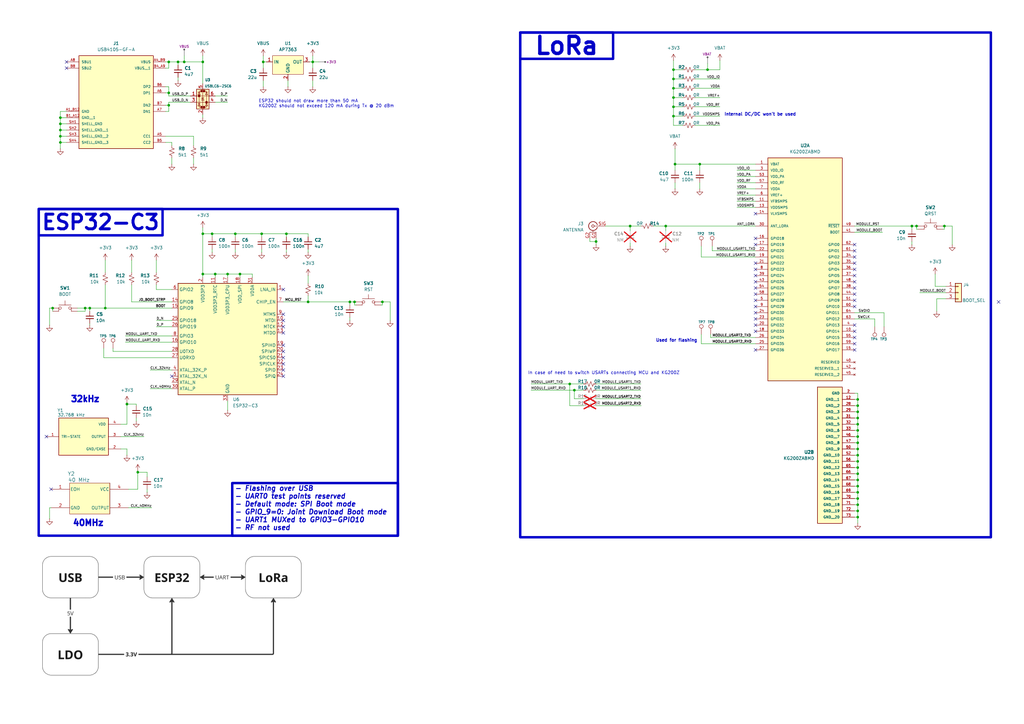
<source format=kicad_sch>
(kicad_sch (version 20250114) (generator "eeschema") (generator_version "9.0")
  (paper "A3")
  (title_block (date "2025-12-21") (rev "v1.0"))
  (rectangle (start 213.36 13.335) (end 406.4 220.345) (stroke (width 1)))
  (rectangle (start 15.875 85.725) (end 163.195 219.71) (stroke (width 1)))
  (text "Internal DC/DC won't be used" (at 311.785 46.99 0) (effects (font (size 1.27 1.27) (thickness 0.254) (bold yes))))
  (text "ESP32 should not draw more than 50 mA\nKG200Z should not exceed 120 mA during Tx @ 20 dBm" (at 106.045 42.545 0) (effects (font (size 1.27 1.27) (thickness 0.1588)) (justify left)))
  (text "In case of need to switch USARTs connecting MCU and KG200Z\n" (at 247.65 153.035 0) (effects (font (size 1.27 1.27) (thickness 0.1588))))
  (text "40MHz" (at 36.195 214.63 0) (effects (font (size 2.5 2.5) (thickness 1) (bold yes))))
  (text "32kHz" (at 34.925 163.83 0) (effects (font (size 2.5 2.5) (thickness 1) (bold yes))))
  (text "Used for flashing" (at 277.495 139.7 0) (effects (font (size 1.27 1.27) (thickness 0.254) (bold yes))))
  (text_box "LoRa\n" (at 213.36 13.335 0) (size 38.1 10.795) (margins 0.9525 0.9525 0.9525 0.9525) (stroke (width 1)) (effects (font (size 7 7) (thickness 1.4) (bold yes))))
  (text_box "- Flashing over USB\n- UART0 test points reserved\n- Default mode: SPI Boot mode\n- GPIO_9=0: Joint Download Boot mode\n- UART1 MUXed to GPIO3-GPIO10 \n- RF not used" (at 95.25 198.12 0) (size 67.945 21.59) (margins 0.9525 0.9525 0.9525 0.9525) (stroke (width 1)) (effects (font (size 2 2) (thickness 0.4) (bold yes) (italic yes)) (justify left top)))
  (text_box "ESP32-C3" (at 15.875 85.725 0) (size 50.8 10.795) (margins 0.9525 0.9525 0.9525 0.9525) (stroke (width 1)) (effects (font (size 6 6) (thickness 1.2) (bold yes))))
  (junction (at 351.79 189.23))
  (junction (at 244.475 99.06))
  (junction (at 351.79 191.77))
  (junction (at 73.025 25.4))
  (junction (at 287.02 67.31))
  (junction (at 24.765 53.34))
  (junction (at 351.79 166.37))
  (junction (at 156.845 123.825))
  (junction (at 143.51 123.825))
  (junction (at 276.225 32.385))
  (junction (at 69.215 25.4))
  (junction (at 107.315 95.885))
  (junction (at 86.995 95.885))
  (junction (at 36.83 126.365))
  (junction (at 21.59 126.365))
  (junction (at 128.27 25.4))
  (junction (at 276.225 40.005))
  (junction (at 276.225 36.195))
  (junction (at 351.79 171.45))
  (junction (at 43.18 126.365))
  (junction (at 273.05 92.71))
  (junction (at 69.215 38.1))
  (junction (at 24.765 48.26))
  (junction (at 375.92 92.71))
  (junction (at 351.79 181.61))
  (junction (at 276.86 67.31))
  (junction (at 351.79 204.47))
  (junction (at 351.79 199.39))
  (junction (at 351.79 212.09))
  (junction (at 93.345 112.395))
  (junction (at 88.265 112.395))
  (junction (at 351.79 173.99))
  (junction (at 126.365 123.825))
  (junction (at 98.425 112.395))
  (junction (at 24.765 55.88))
  (junction (at 56.515 193.675))
  (junction (at 276.225 47.625))
  (junction (at 276.225 43.815))
  (junction (at 145.415 123.825))
  (junction (at 351.79 194.31))
  (junction (at 117.475 95.885))
  (junction (at 351.79 201.93))
  (junction (at 351.79 163.83))
  (junction (at 351.79 168.91))
  (junction (at 107.95 25.4))
  (junction (at 96.52 95.885))
  (junction (at 351.79 186.69))
  (junction (at 374.015 92.71))
  (junction (at 351.79 207.01))
  (junction (at 290.195 28.575))
  (junction (at 75.565 25.4))
  (junction (at 83.185 112.395))
  (junction (at 351.79 179.07))
  (junction (at 24.765 58.42))
  (junction (at 52.07 165.735))
  (junction (at 24.765 50.8))
  (junction (at 351.79 184.15))
  (junction (at 83.185 95.885))
  (junction (at 351.79 196.85))
  (junction (at 351.79 176.53))
  (junction (at 387.35 92.71))
  (junction (at 276.225 28.575))
  (junction (at 351.79 209.55))
  (junction (at 233.68 157.48))
  (junction (at 69.215 43.18))
  (junction (at 34.925 126.365))
  (junction (at 235.585 160.02))
  (junction (at 258.445 92.71))
  (junction (at 83.185 25.4))
  (no_connect (at 350.52 102.87))
  (no_connect (at 350.52 105.41))
  (no_connect (at 309.88 125.73))
  (no_connect (at 350.52 133.35))
  (no_connect (at 309.88 130.81))
  (no_connect (at 116.205 131.445))
  (no_connect (at 350.52 140.97))
  (no_connect (at 350.52 118.11))
  (no_connect (at 350.52 123.19))
  (no_connect (at 350.52 138.43))
  (no_connect (at 19.05 179.07))
  (no_connect (at 350.52 113.03))
  (no_connect (at 309.88 143.51))
  (no_connect (at 309.88 110.49))
  (no_connect (at 116.205 149.225))
  (no_connect (at 116.205 146.685))
  (no_connect (at 350.52 100.33))
  (no_connect (at 309.88 123.19))
  (no_connect (at 116.205 151.765))
  (no_connect (at 309.88 115.57))
  (no_connect (at 20.955 200.66))
  (no_connect (at 350.52 135.89))
  (no_connect (at 309.88 100.33))
  (no_connect (at 116.205 118.745))
  (no_connect (at 309.88 118.11))
  (no_connect (at 27.305 27.94))
  (no_connect (at 350.52 120.65))
  (no_connect (at 409.575 123.825))
  (no_connect (at 309.88 135.89))
  (no_connect (at 116.205 144.145))
  (no_connect (at 116.205 136.525))
  (no_connect (at 350.52 125.73))
  (no_connect (at 309.88 97.79))
  (no_connect (at 70.485 154.305))
  (no_connect (at 27.305 25.4))
  (no_connect (at 350.52 143.51))
  (no_connect (at 309.88 113.03))
  (no_connect (at 309.88 128.27))
  (no_connect (at 309.88 133.35))
  (no_connect (at 116.205 128.905))
  (no_connect (at 350.52 115.57))
  (no_connect (at 350.52 107.95))
  (no_connect (at 116.205 154.305))
  (no_connect (at 350.52 110.49))
  (no_connect (at 116.205 141.605))
  (no_connect (at 309.88 87.63))
  (no_connect (at 309.88 120.65))
  (no_connect (at 309.88 107.95))
  (no_connect (at 116.205 133.985))
  (wire (pts (xy 276.225 40.005) (xy 276.225 36.195)))
  (wire (pts (xy 351.79 161.29) (xy 351.79 163.83)))
  (wire (pts (xy 241.935 99.06) (xy 244.475 99.06)))
  (wire (pts (xy 64.135 118.745) (xy 64.135 116.84)))
  (wire (pts (xy 351.79 176.53) (xy 350.52 176.53)))
  (wire (pts (xy 350.52 128.27) (xy 362.585 128.27)))
  (wire (pts (xy 67.945 25.4) (xy 69.215 25.4)))
  (wire (pts (xy 351.79 184.15) (xy 350.52 184.15)))
  (wire (pts (xy 244.475 160.02) (xy 262.89 160.02)))
  (wire (pts (xy 56.515 193.04) (xy 56.515 193.675)))
  (wire (pts (xy 20.32 208.28) (xy 20.32 212.725)))
  (wire (pts (xy 387.985 122.555) (xy 384.175 122.555)))
  (wire (pts (xy 126.365 123.825) (xy 143.51 123.825)))
  (wire (pts (xy 351.79 207.01) (xy 350.52 207.01)))
  (wire (pts (xy 156.845 123.825) (xy 160.02 123.825)))
  (wire (pts (xy 83.185 112.395) (xy 83.185 113.665)))
  (wire (pts (xy 69.215 35.56) (xy 69.215 38.1)))
  (wire (pts (xy 351.79 199.39) (xy 350.52 199.39)))
  (wire (pts (xy 350.52 92.71) (xy 374.015 92.71)))
  (wire (pts (xy 52.705 208.28) (xy 62.23 208.28)))
  (wire (pts (xy 156.21 123.825) (xy 156.845 123.825)))
  (wire (pts (xy 351.79 161.29) (xy 350.52 161.29)))
  (wire (pts (xy 276.225 47.625) (xy 280.035 47.625)))
  (wire (pts (xy 309.88 74.93) (xy 302.26 74.93)))
  (wire (pts (xy 292.1 102.87) (xy 292.1 100.965)))
  (wire (pts (xy 88.265 39.37) (xy 93.345 39.37)))
  (wire (pts (xy 96.52 95.885) (xy 107.315 95.885)))
  (wire (pts (xy 156.845 125.095) (xy 156.845 123.825)))
  (wire (pts (xy 285.115 43.815) (xy 295.275 43.815)))
  (wire (pts (xy 52.07 165.1) (xy 52.07 165.735)))
  (wire (pts (xy 126.365 95.885) (xy 126.365 97.155)))
  (wire (pts (xy 239.395 163.576) (xy 235.585 163.576)))
  (wire (pts (xy 128.27 33.02) (xy 128.27 35.56)))
  (wire (pts (xy 273.05 92.71) (xy 309.88 92.71)))
  (wire (pts (xy 86.995 102.235) (xy 86.995 103.505)))
  (wire (pts (xy 20.955 208.28) (xy 20.32 208.28)))
  (wire (pts (xy 276.225 43.815) (xy 276.225 40.005)))
  (wire (pts (xy 118.11 33.02) (xy 118.11 35.56)))
  (wire (pts (xy 384.175 122.555) (xy 384.175 127.635)))
  (wire (pts (xy 24.765 50.8) (xy 24.765 53.34)))
  (wire (pts (xy 351.79 173.99) (xy 350.52 173.99)))
  (wire (pts (xy 20.32 126.365) (xy 20.32 133.35)))
  (wire (pts (xy 351.79 168.91) (xy 350.52 168.91)))
  (wire (pts (xy 34.925 126.365) (xy 31.75 126.365)))
  (wire (pts (xy 67.945 45.72) (xy 69.215 45.72)))
  (wire (pts (xy 374.015 92.71) (xy 374.015 93.98)))
  (wire (pts (xy 79.375 55.88) (xy 67.945 55.88)))
  (wire (pts (xy 273.05 99.695) (xy 273.05 100.965)))
  (wire (pts (xy 285.115 51.435) (xy 295.275 51.435)))
  (wire (pts (xy 351.79 191.77) (xy 351.79 194.31)))
  (wire (pts (xy 67.945 35.56) (xy 69.215 35.56)))
  (wire (pts (xy 107.315 95.885) (xy 107.315 97.155)))
  (wire (pts (xy 351.79 199.39) (xy 351.79 201.93)))
  (wire (pts (xy 160.02 123.825) (xy 160.02 131.445)))
  (wire (pts (xy 351.79 173.99) (xy 351.79 176.53)))
  (wire (pts (xy 351.79 189.23) (xy 350.52 189.23)))
  (wire (pts (xy 351.79 212.09) (xy 351.79 214.63)))
  (wire (pts (xy 244.475 99.06) (xy 244.475 100.33)))
  (wire (pts (xy 83.185 46.99) (xy 83.185 48.26)))
  (wire (pts (xy 98.425 112.395) (xy 98.425 113.665)))
  (wire (pts (xy 60.325 200.66) (xy 60.325 201.93)))
  (wire (pts (xy 295.275 28.575) (xy 295.275 24.765)))
  (wire (pts (xy 73.025 25.4) (xy 73.025 26.67)))
  (wire (pts (xy 143.51 130.175) (xy 143.51 131.445)))
  (wire (pts (xy 127 25.4) (xy 128.27 25.4)))
  (wire (pts (xy 285.115 47.625) (xy 295.275 47.625)))
  (wire (pts (xy 24.765 53.34) (xy 24.765 55.88)))
  (wire (pts (xy 285.115 28.575) (xy 290.195 28.575)))
  (wire (pts (xy 64.135 133.985) (xy 70.485 133.985)))
  (wire (pts (xy 83.185 25.4) (xy 83.185 34.29)))
  (wire (pts (xy 351.79 204.47) (xy 350.52 204.47)))
  (wire (pts (xy 24.765 58.42) (xy 27.305 58.42)))
  (wire (pts (xy 70.485 144.145) (xy 46.355 144.145)))
  (wire (pts (xy 358.775 130.81) (xy 358.775 133.985)))
  (wire (pts (xy 69.215 43.18) (xy 69.215 41.91)))
  (wire (pts (xy 276.86 67.31) (xy 276.86 69.85)))
  (wire (pts (xy 276.225 36.195) (xy 276.225 32.385)))
  (wire (pts (xy 52.07 173.99) (xy 49.53 173.99)))
  (wire (pts (xy 351.79 212.09) (xy 350.52 212.09)))
  (wire (pts (xy 285.115 36.195) (xy 295.275 36.195)))
  (wire (pts (xy 24.765 55.88) (xy 27.305 55.88)))
  (wire (pts (xy 67.945 27.94) (xy 69.215 27.94)))
  (wire (pts (xy 96.52 102.235) (xy 96.52 103.505)))
  (wire (pts (xy 69.215 43.18) (xy 67.945 43.18)))
  (wire (pts (xy 375.92 92.71) (xy 376.555 92.71)))
  (wire (pts (xy 309.88 102.87) (xy 292.1 102.87)))
  (wire (pts (xy 383.54 112.395) (xy 383.54 117.475)))
  (wire (pts (xy 375.92 93.98) (xy 376.555 93.98)))
  (wire (pts (xy 235.585 160.02) (xy 239.395 160.02)))
  (wire (pts (xy 93.345 164.465) (xy 93.345 168.275)))
  (wire (pts (xy 387.985 120.015) (xy 377.19 120.015)))
  (wire (pts (xy 351.79 196.85) (xy 350.52 196.85)))
  (wire (pts (xy 387.985 117.475) (xy 383.54 117.475)))
  (wire (pts (xy 46.355 142.875) (xy 46.355 144.145)))
  (wire (pts (xy 43.18 126.365) (xy 70.485 126.365)))
  (wire (pts (xy 107.95 25.4) (xy 107.95 27.94)))
  (wire (pts (xy 24.765 48.26) (xy 27.305 48.26)))
  (wire (pts (xy 117.475 95.885) (xy 126.365 95.885)))
  (wire (pts (xy 83.185 25.4) (xy 83.185 22.86)))
  (wire (pts (xy 276.225 36.195) (xy 280.035 36.195)))
  (wire (pts (xy 258.445 94.615) (xy 258.445 92.71)))
  (wire (pts (xy 55.88 166.37) (xy 55.88 165.735)))
  (wire (pts (xy 290.195 28.575) (xy 295.275 28.575)))
  (wire (pts (xy 309.88 80.01) (xy 302.26 80.01)))
  (wire (pts (xy 36.83 132.715) (xy 36.83 133.35)))
  (wire (pts (xy 69.215 39.37) (xy 69.215 38.1)))
  (wire (pts (xy 86.995 95.885) (xy 96.52 95.885)))
  (wire (pts (xy 143.51 123.825) (xy 145.415 123.825)))
  (wire (pts (xy 285.115 32.385) (xy 295.275 32.385)))
  (wire (pts (xy 290.195 26.035) (xy 290.195 28.575)))
  (wire (pts (xy 53.975 123.825) (xy 70.485 123.825)))
  (wire (pts (xy 56.515 193.675) (xy 60.325 193.675)))
  (wire (pts (xy 276.225 40.005) (xy 280.035 40.005)))
  (wire (pts (xy 126.365 121.285) (xy 126.365 123.825)))
  (wire (pts (xy 361.95 95.25) (xy 350.52 95.25)))
  (wire (pts (xy 276.86 74.93) (xy 276.86 77.47)))
  (wire (pts (xy 69.215 38.1) (xy 67.945 38.1)))
  (wire (pts (xy 56.515 193.675) (xy 56.515 200.66)))
  (wire (pts (xy 60.325 195.58) (xy 60.325 193.675)))
  (wire (pts (xy 351.79 209.55) (xy 350.52 209.55)))
  (wire (pts (xy 52.07 165.735) (xy 52.07 173.99)))
  (wire (pts (xy 351.79 186.69) (xy 351.79 189.23)))
  (wire (pts (xy 103.505 112.395) (xy 103.505 113.665)))
  (wire (pts (xy 24.765 58.42) (xy 24.765 60.96)))
  (wire (pts (xy 73.025 25.4) (xy 75.565 25.4)))
  (wire (pts (xy 55.88 165.735) (xy 52.07 165.735)))
  (wire (pts (xy 43.18 106.68) (xy 43.18 111.76)))
  (wire (pts (xy 88.265 41.91) (xy 93.345 41.91)))
  (wire (pts (xy 143.51 123.825) (xy 143.51 125.095)))
  (wire (pts (xy 69.215 41.91) (xy 78.105 41.91)))
  (wire (pts (xy 276.225 43.815) (xy 280.035 43.815)))
  (wire (pts (xy 386.715 93.98) (xy 387.35 93.98)))
  (wire (pts (xy 351.79 196.85) (xy 351.79 199.39)))
  (wire (pts (xy 34.925 127.635) (xy 31.75 127.635)))
  (wire (pts (xy 351.79 194.31) (xy 350.52 194.31)))
  (wire (pts (xy 24.765 50.8) (xy 27.305 50.8)))
  (wire (pts (xy 145.415 123.825) (xy 146.05 123.825)))
  (wire (pts (xy 73.025 31.75) (xy 73.025 33.02)))
  (wire (pts (xy 276.86 67.31) (xy 276.86 60.96)))
  (wire (pts (xy 390.525 92.71) (xy 390.525 100.33)))
  (wire (pts (xy 56.515 200.66) (xy 52.705 200.66)))
  (wire (pts (xy 287.655 100.965) (xy 287.655 105.41)))
  (wire (pts (xy 55.88 171.45) (xy 55.88 172.72)))
  (wire (pts (xy 309.88 77.47) (xy 302.26 77.47)))
  (wire (pts (xy 116.205 123.825) (xy 126.365 123.825)))
  (wire (pts (xy 280.035 51.435) (xy 276.225 51.435)))
  (wire (pts (xy 128.27 25.4) (xy 128.27 27.94)))
  (wire (pts (xy 351.79 168.91) (xy 351.79 171.45)))
  (wire (pts (xy 69.215 45.72) (xy 69.215 43.18)))
  (wire (pts (xy 69.215 27.94) (xy 69.215 25.4)))
  (wire (pts (xy 61.595 151.765) (xy 70.485 151.765)))
  (wire (pts (xy 61.595 159.385) (xy 70.485 159.385)))
  (wire (pts (xy 49.53 184.15) (xy 52.07 184.15)))
  (wire (pts (xy 78.105 39.37) (xy 69.215 39.37)))
  (wire (pts (xy 21.59 126.365) (xy 21.59 127.635)))
  (wire (pts (xy 309.88 69.85) (xy 302.26 69.85)))
  (wire (pts (xy 36.83 126.365) (xy 34.925 126.365)))
  (wire (pts (xy 145.415 125.095) (xy 145.415 123.825)))
  (wire (pts (xy 36.83 126.365) (xy 36.83 127.635)))
  (wire (pts (xy 67.945 58.42) (xy 70.485 58.42)))
  (wire (pts (xy 351.79 184.15) (xy 351.79 186.69)))
  (wire (pts (xy 350.52 130.81) (xy 358.775 130.81)))
  (wire (pts (xy 351.79 166.37) (xy 350.52 166.37)))
  (wire (pts (xy 93.345 112.395) (xy 88.265 112.395)))
  (wire (pts (xy 107.95 33.02) (xy 107.95 35.56)))
  (wire (pts (xy 287.02 67.31) (xy 276.86 67.31)))
  (wire (pts (xy 351.79 201.93) (xy 350.52 201.93)))
  (wire (pts (xy 83.185 93.345) (xy 83.185 95.885)))
  (wire (pts (xy 276.225 51.435) (xy 276.225 47.625)))
  (wire (pts (xy 21.59 126.365) (xy 20.32 126.365)))
  (wire (pts (xy 285.115 40.005) (xy 295.275 40.005)))
  (wire (pts (xy 83.185 95.885) (xy 86.995 95.885)))
  (wire (pts (xy 49.53 179.07) (xy 59.055 179.07)))
  (wire (pts (xy 128.27 25.4) (xy 130.81 25.4)))
  (wire (pts (xy 51.435 137.795) (xy 70.485 137.795)))
  (wire (pts (xy 351.79 171.45) (xy 350.52 171.45)))
  (wire (pts (xy 42.545 142.875) (xy 42.545 146.685)))
  (wire (pts (xy 287.02 67.31) (xy 287.02 69.85)))
  (wire (pts (xy 375.92 92.71) (xy 375.92 93.98)))
  (wire (pts (xy 287.02 74.93) (xy 287.02 77.47)))
  (wire (pts (xy 351.79 181.61) (xy 350.52 181.61)))
  (wire (pts (xy 109.22 25.4) (xy 107.95 25.4)))
  (wire (pts (xy 244.475 97.79) (xy 244.475 99.06)))
  (wire (pts (xy 88.265 112.395) (xy 83.185 112.395)))
  (wire (pts (xy 244.475 163.576) (xy 262.89 163.576)))
  (wire (pts (xy 374.015 92.71) (xy 375.92 92.71)))
  (wire (pts (xy 233.68 166.37) (xy 233.68 157.48)))
  (wire (pts (xy 93.345 113.665) (xy 93.345 112.395)))
  (wire (pts (xy 24.765 48.26) (xy 24.765 50.8)))
  (wire (pts (xy 24.765 53.34) (xy 27.305 53.34)))
  (wire (pts (xy 280.035 32.385) (xy 276.225 32.385)))
  (wire (pts (xy 69.215 25.4) (xy 73.025 25.4)))
  (wire (pts (xy 262.89 92.71) (xy 258.445 92.71)))
  (wire (pts (xy 96.52 95.885) (xy 96.52 97.155)))
  (wire (pts (xy 351.79 176.53) (xy 351.79 179.07)))
  (wire (pts (xy 291.465 138.43) (xy 291.465 137.16)))
  (wire (pts (xy 241.935 97.79) (xy 241.935 99.06)))
  (wire (pts (xy 351.79 179.07) (xy 351.79 181.61)))
  (wire (pts (xy 88.265 112.395) (xy 88.265 113.665)))
  (wire (pts (xy 75.565 22.86) (xy 75.565 25.4)))
  (wire (pts (xy 51.435 140.335) (xy 70.485 140.335)))
  (wire (pts (xy 117.475 95.885) (xy 117.475 97.155)))
  (wire (pts (xy 75.565 25.4) (xy 83.185 25.4)))
  (wire (pts (xy 239.395 166.37) (xy 233.68 166.37)))
  (wire (pts (xy 387.35 92.71) (xy 387.35 93.98)))
  (wire (pts (xy 70.485 64.77) (xy 70.485 67.31)))
  (wire (pts (xy 287.655 137.16) (xy 287.655 140.97)))
  (wire (pts (xy 287.655 140.97) (xy 309.88 140.97)))
  (wire (pts (xy 244.475 157.48) (xy 262.89 157.48)))
  (wire (pts (xy 52.07 184.15) (xy 52.07 186.69)))
  (wire (pts (xy 258.445 92.71) (xy 248.285 92.71)))
  (wire (pts (xy 146.05 125.095) (xy 145.415 125.095)))
  (wire (pts (xy 70.485 58.42) (xy 70.485 59.69)))
  (wire (pts (xy 34.925 126.365) (xy 34.925 127.635)))
  (wire (pts (xy 387.35 92.71) (xy 390.525 92.71)))
  (wire (pts (xy 351.79 163.83) (xy 350.52 163.83)))
  (wire (pts (xy 351.79 163.83) (xy 351.79 166.37)))
  (wire (pts (xy 258.445 99.695) (xy 258.445 100.965)))
  (wire (pts (xy 24.765 45.72) (xy 27.305 45.72)))
  (wire (pts (xy 42.545 146.685) (xy 70.485 146.685)))
  (wire (pts (xy 107.315 95.885) (xy 117.475 95.885)))
  (wire (pts (xy 351.79 209.55) (xy 351.79 212.09)))
  (wire (pts (xy 107.315 102.235) (xy 107.315 103.505)))
  (wire (pts (xy 351.79 181.61) (xy 351.79 184.15)))
  (wire (pts (xy 351.79 191.77) (xy 350.52 191.77)))
  (wire (pts (xy 83.185 95.885) (xy 83.185 112.395)))
  (wire (pts (xy 128.27 22.86) (xy 128.27 25.4)))
  (wire (pts (xy 351.79 166.37) (xy 351.79 168.91)))
  (wire (pts (xy 291.465 138.43) (xy 309.88 138.43)))
  (wire (pts (xy 351.79 207.01) (xy 351.79 209.55)))
  (wire (pts (xy 53.975 106.68) (xy 53.975 111.76)))
  (wire (pts (xy 233.68 157.48) (xy 239.395 157.48)))
  (wire (pts (xy 107.95 22.86) (xy 107.95 25.4)))
  (wire (pts (xy 79.375 59.69) (xy 79.375 55.88)))
  (wire (pts (xy 156.21 125.095) (xy 156.845 125.095)))
  (wire (pts (xy 244.475 166.37) (xy 263.017 166.37)))
  (wire (pts (xy 351.79 194.31) (xy 351.79 196.85)))
  (wire (pts (xy 64.135 131.445) (xy 70.485 131.445)))
  (wire (pts (xy 351.79 179.07) (xy 350.52 179.07)))
  (wire (pts (xy 351.79 189.23) (xy 351.79 191.77)))
  (wire (pts (xy 86.995 95.885) (xy 86.995 97.155)))
  (wire (pts (xy 309.88 105.41) (xy 287.655 105.41)))
  (wire (pts (xy 126.365 102.235) (xy 126.365 103.505)))
  (wire (pts (xy 93.345 112.395) (xy 98.425 112.395)))
  (wire (pts (xy 117.475 102.235) (xy 117.475 103.505)))
  (wire (pts (xy 235.585 163.576) (xy 235.585 160.02)))
  (wire (pts (xy 374.015 99.06) (xy 374.015 100.33)))
  (wire (pts (xy 126.365 113.03) (xy 126.365 116.205)))
  (wire (pts (xy 351.79 201.93) (xy 351.79 204.47)))
  (wire (pts (xy 309.88 67.31) (xy 287.02 67.31)))
  (wire (pts (xy 98.425 112.395) (xy 103.505 112.395)))
  (wire (pts (xy 309.88 85.09) (xy 302.26 85.09)))
  (wire (pts (xy 351.79 171.45) (xy 351.79 173.99)))
  (wire (pts (xy 351.79 204.47) (xy 351.79 207.01)))
  (wire (pts (xy 302.26 82.55) (xy 309.88 82.55)))
  (wire (pts (xy 276.225 24.765) (xy 276.225 28.575)))
  (wire (pts (xy 386.715 92.71) (xy 387.35 92.71)))
  (wire (pts (xy 64.135 106.68) (xy 64.135 111.76)))
  (wire (pts (xy 273.05 92.71) (xy 267.97 92.71)))
  (wire (pts (xy 217.805 160.02) (xy 235.585 160.02)))
  (wire (pts (xy 362.585 128.27) (xy 362.585 133.985)))
  (wire (pts (xy 64.135 118.745) (xy 70.485 118.745)))
  (wire (pts (xy 36.83 126.365) (xy 43.18 126.365)))
  (wire (pts (xy 79.375 64.77) (xy 79.375 67.31)))
  (wire (pts (xy 351.79 186.69) (xy 350.52 186.69)))
  (wire (pts (xy 24.765 45.72) (xy 24.765 48.26)))
  (wire (pts (xy 43.18 116.84) (xy 43.18 126.365)))
  (wire (pts (xy 276.225 47.625) (xy 276.225 43.815)))
  (wire (pts (xy 217.805 157.48) (xy 233.68 157.48)))
  (wire (pts (xy 24.765 55.88) (xy 24.765 58.42)))
  (wire (pts (xy 280.035 28.575) (xy 276.225 28.575)))
  (wire (pts (xy 273.05 94.615) (xy 273.05 92.71)))
  (wire (pts (xy 53.975 116.84) (xy 53.975 123.825)))
  (wire (pts (xy 309.88 72.39) (xy 302.26 72.39)))
  (wire (pts (xy 276.225 32.385) (xy 276.225 28.575)))
  (image (at 70.485 252.095))
  (label "VDD_RF" (at 295.275 43.815 180) (effects (font (size 1 1))))
  (label "D_P" (at 64.135 133.985 0) (effects (font (size 1 1))))
  (label "VDD_IO" (at 302.26 69.85 0) (effects (font (size 1 1))))
  (label "VDDA" (at 302.26 77.47 0) (effects (font (size 1 1))))
  (label "MODULE_USART1_TXD" (at 309.88 102.87 180) (effects (font (size 1 1))))
  (label "CLK_32kHz" (at 59.055 179.07 180) (effects (font (size 1 1))))
  (label "MODULE_USART2_RXD" (at 263.017 166.37 180) (effects (font (size 1 1) (thickness 0.2) (bold yes))))
  (label "VDD_PA" (at 302.26 72.39 0) (effects (font (size 1 1))))
  (label "D_P" (at 93.345 39.37 180) (effects (font (size 1 1))))
  (label "MODULE_BOOT" (at 361.95 95.25 180) (effects (font (size 1 1))))
  (label "SWDIO" (at 356.87 128.27 180) (effects (font (size 1 1))))
  (label "MODULE_UART_RXD" (at 51.435 140.335 0) (effects (font (size 1 1))))
  (label "MODUL_UART_TXD" (at 51.435 137.795 0) (effects (font (size 1 1))))
  (label "USB_D_P" (at 70.485 39.37 0) (effects (font (size 1 1))))
  (label "MODULE_USART1_RXD" (at 309.88 105.41 180) (effects (font (size 1 1))))
  (label "VREF+" (at 302.26 80.01 0) (effects (font (size 1 1))))
  (label "CLK_40MHz" (at 61.595 159.385 0) (effects (font (size 1 1))))
  (label "VFBSMPS" (at 302.26 82.55 0) (effects (font (size 1 1))))
  (label "USB_D_N" (at 70.485 41.91 0) (effects (font (size 1 1))))
  (label "ANT_LORA" (at 302.26 92.71 0) (effects (font (size 1 1))))
  (label "VDDSMPS" (at 302.26 85.09 0) (effects (font (size 1 1))))
  (label "MODULE_USART2_RXD" (at 292.1 140.97 0) (effects (font (size 1 1) (thickness 0.2) (bold yes))))
  (label "VDD_PA" (at 295.275 51.435 180) (effects (font (size 1 1))))
  (label "VDD_IO" (at 295.275 32.385 180) (effects (font (size 1 1))))
  (label "D_N" (at 93.345 41.91 180) (effects (font (size 1 1))))
  (label "MODULE_RST" (at 360.68 92.71 180) (effects (font (size 1 1))))
  (label "BOOT" (at 67.945 126.365 180) (effects (font (size 1 1) (thickness 0.2) (bold yes))))
  (label "MODULE_BOOT" (at 377.19 120.015 0) (effects (font (size 1 1))))
  (label "MODULE_USART1_TXD" (at 262.89 157.48 180) (effects (font (size 1 1))))
  (label "JD_BOOT_STRP" (at 67.945 123.825 180) (effects (font (size 1 1) (thickness 0.2) (bold yes))))
  (label "VDDSMPS" (at 295.275 47.625 180) (effects (font (size 1 1))))
  (label "SWCLK" (at 356.87 130.81 180) (effects (font (size 1 1))))
  (label "MODULE_USART1_RXD" (at 262.89 160.02 180) (effects (font (size 1 1))))
  (label "D_N" (at 64.135 131.445 0) (effects (font (size 1 1))))
  (label "VDD_RF" (at 302.26 74.93 0) (effects (font (size 1 1))))
  (label "MODULE_UART_RXD" (at 217.805 160.02 0) (effects (font (size 1 1))))
  (label "VREF+" (at 295.275 40.005 180) (effects (font (size 1 1))))
  (label "MCU_RST" (at 116.84 123.825 0) (effects (font (size 1 1) (thickness 0.2) (bold yes))))
  (label "CLK_40MHz" (at 62.23 208.28 180) (effects (font (size 1 1))))
  (label "MODUL_UART_TXD" (at 217.805 157.48 0) (effects (font (size 1 1))))
  (label "MODULE_USART2_TXD" (at 262.89 163.576 180) (effects (font (size 1 1) (thickness 0.2) (bold yes))))
  (label "VDDA" (at 295.275 36.195 180) (effects (font (size 1 1))))
  (label "CLK_32kHz" (at 61.595 151.765 0) (effects (font (size 1 1))))
  (label "MODULE_USART2_TXD" (at 292.1 138.43 0) (effects (font (size 1 1) (thickness 0.2) (bold yes))))
  (netclass_flag "" (length 2.54) (shape dot) (at 130.81 25.4 270) (property "Netclass" "+3V3" (at 137.922 25.4 0) (effects (font (size 1 1)) (justify right))))
  (netclass_flag "" (length 2.54) (shape dot) (at 75.565 22.86 0) (property "Netclass" "VBUS" (at 73.533 19.05 0) (effects (font (size 1 1)) (justify left))))
  (netclass_flag "" (length 2.54) (shape dot) (at 290.195 26.035 0) (property "Netclass" "VBAT" (at 288.163 22.225 0) (effects (font (size 1 1)) (justify left))))
  (symbol (lib_id "power:VBUS") (at 52.07 165.1 0) (unit 1)
    (property "Reference" "#PWR042" (effects (hide yes)))
    (property "Value" "+3V3" (at 52.07 160.02 0))
    (property "Description" "Power symbol creates a global label with name \"VBUS\"" (effects (hide yes)))
  )
  (symbol (lib_id "power:VBUS") (at 83.185 93.345 0) (unit 1)
    (property "Reference" "#PWR07" (effects (hide yes)))
    (property "Value" "+3V3" (at 83.185 88.265 0))
    (property "Description" "Power symbol creates a global label with name \"VBUS\"" (effects (hide yes)))
  )
  (symbol (lib_id "Connector:TestPoint") (at 292.1 100.965 0) (unit 1)
    (property "Reference" "TP1" (at 290.322 95.885 0) (effects (font (size 1 1) (thickness 0.2) (bold yes)) (justify left)))
    (property "Value" "TestPoint" (effects (hide yes)))
    (property "Footprint" "TestPoint:TestPoint_Pad_D1.0mm" (effects (hide yes)))
    (property "Description" "test point" (effects (hide yes)))
  )
  (symbol (lib_id "Connector_Generic:Conn_01x03") (at 393.065 120.015 0) (unit 1)
    (property "Reference" "J4" (at 396.24 116.84 0))
    (property "Value" "BOOT_SEL" (at 399.415 123.19 0))
    (property "Footprint" "Connector_PinHeader_2.54mm:PinHeader_1x03_P2.54mm_Vertical" (effects (hide yes)))
    (property "Description" "Generic connector, single row, 01x03, script generated (kicad-library-utils/schlib/autogen/connector/)" (effects (hide yes)))
  )
  (symbol (lib_id "Device:C_Small") (at 143.51 127.635 0) (mirror y) (unit 1)
    (property "Reference" "C13" (at 140.97 126.3712 0) (effects (font (thickness 0.254) (bold yes)) (justify left)))
    (property "Value" "10n" (at 140.97 128.9112 0) (effects (justify left)))
    (property "Footprint" "Capacitor_SMD:C_0402_1005Metric" (effects (hide yes)))
    (property "Description" "Unpolarized capacitor, small symbol" (effects (hide yes)))
  )
  (symbol (lib_id "Device:C_Small") (at 55.88 168.91 0) (unit 1)
    (property "Reference" "C15" (at 58.42 167.6462 0) (effects (font (thickness 0.254) (bold yes)) (justify left)))
    (property "Value" "10n" (at 58.42 170.1862 0) (effects (justify left)))
    (property "Footprint" "Capacitor_SMD:C_0402_1005Metric" (effects (hide yes)))
    (property "Description" "Unpolarized capacitor, small symbol" (effects (hide yes)))
  )
  (symbol (lib_id "power:VBUS") (at 53.975 106.68 0) (mirror y) (unit 1)
    (property "Reference" "#PWR016" (effects (hide yes)))
    (property "Value" "+3V3" (at 53.975 101.6 0))
    (property "Description" "Power symbol creates a global label with name \"VBUS\"" (effects (hide yes)))
  )
  (symbol (lib_id "power:VBUS") (at 295.275 24.765 0) (unit 1)
    (property "Reference" "#PWR024" (effects (hide yes)))
    (property "Value" "VBAT" (at 295.275 19.685 0))
    (property "Description" "Power symbol creates a global label with name \"VBUS\"" (effects (hide yes)))
  )
  (symbol (lib_id "power:GND") (at 52.07 186.69 0) (mirror y) (unit 1)
    (property "Reference" "#PWR036" (effects (hide yes)))
    (property "Value" "GND" (effects (hide yes)))
    (property "Description" "Power symbol creates a global label with name \"GND\" , ground" (effects (hide yes)))
  )
  (symbol (lib_id "LoRaWAY-SYM:USB4105-GF-A") (at 47.625 35.56 0) (unit 1)
    (property "Reference" "J1" (at 47.625 17.78 0) (effects (font (thickness 0.254) (bold yes))))
    (property "Value" "USB4105-GF-A" (at 47.625 20.32 0))
    (property "Footprint" "LoRaWAY-FTP:GCT_USB4105-GF-A" (effects (hide yes)))
  )
  (symbol (lib_id "power:GND") (at 374.015 100.33 0) (mirror y) (unit 1)
    (property "Reference" "#PWR025" (effects (hide yes)))
    (property "Value" "GND" (effects (hide yes)))
    (property "Description" "Power symbol creates a global label with name \"GND\" , ground" (effects (hide yes)))
  )
  (symbol (lib_id "power:GND") (at 83.185 48.26 0) (unit 1)
    (property "Reference" "#PWR02" (effects (hide yes)))
    (property "Value" "GND" (effects (hide yes)))
    (property "Description" "Power symbol creates a global label with name \"GND\" , ground" (effects (hide yes)))
  )
  (symbol (lib_id "Device:C_Small") (at 86.995 99.695 0) (unit 1)
    (property "Reference" "C8" (at 89.535 98.4312 0) (effects (font (thickness 0.254) (bold yes)) (justify left)))
    (property "Value" "100n" (at 89.535 100.9712 0) (effects (justify left)))
    (property "Footprint" "Capacitor_SMD:C_0402_1005Metric" (effects (hide yes)))
    (property "Description" "Unpolarized capacitor, small symbol" (effects (hide yes)))
  )
  (symbol (lib_id "Device:C_Small") (at 117.475 99.695 0) (unit 1)
    (property "Reference" "C16" (at 120.015 98.4312 0) (effects (font (thickness 0.254) (bold yes)) (justify left)))
    (property "Value" "100n" (at 120.015 100.9712 0) (effects (justify left)))
    (property "Footprint" "Capacitor_SMD:C_0402_1005Metric" (effects (hide yes)))
    (property "Description" "Unpolarized capacitor, small symbol" (effects (hide yes)))
  )
  (symbol (lib_id "Connector:TestPoint") (at 362.585 133.985 0) (mirror x) (unit 1)
    (property "Reference" "TP3" (at 360.807 139.065 0) (effects (font (size 1 1) (thickness 0.2) (bold yes)) (justify left)))
    (property "Value" "TestPoint" (effects (hide yes)))
    (property "Footprint" "TestPoint:TestPoint_Pad_D1.0mm" (effects (hide yes)))
    (property "Description" "test point" (effects (hide yes)))
  )
  (symbol (lib_id "power:GND") (at 107.315 103.505 0) (unit 1)
    (property "Reference" "#PWR032" (effects (hide yes)))
    (property "Value" "GND" (effects (hide yes)))
    (property "Description" "Power symbol creates a global label with name \"GND\" , ground" (effects (hide yes)))
  )
  (symbol (lib_id "power:GND") (at 273.05 100.965 0) (unit 1)
    (property "Reference" "#PWR033" (effects (hide yes)))
    (property "Value" "GND" (effects (hide yes)))
    (property "Description" "Power symbol creates a global label with name \"GND\" , ground" (effects (hide yes)))
  )
  (symbol (lib_id "power:VBUS") (at 276.225 24.765 0) (unit 1)
    (property "Reference" "#PWR023" (effects (hide yes)))
    (property "Value" "+3V3" (at 276.225 19.685 0))
    (property "Description" "Power symbol creates a global label with name \"VBUS\"" (effects (hide yes)))
  )
  (symbol (lib_id "Device:R_Small_US") (at 126.365 118.745 0) (unit 1)
    (property "Reference" "R10" (at 128.905 117.475 0) (effects (font (thickness 0.254) (bold yes)) (justify left)))
    (property "Value" "10k" (at 128.905 120.0149 0) (effects (justify left)))
    (property "Footprint" "Resistor_SMD:R_0402_1005Metric" (effects (hide yes)))
    (property "Description" "Resistor, small US symbol" (effects (hide yes)))
  )
  (symbol (lib_id "power:GND") (at 117.475 103.505 0) (unit 1)
    (property "Reference" "#PWR046" (effects (hide yes)))
    (property "Value" "GND" (effects (hide yes)))
    (property "Description" "Power symbol creates a global label with name \"GND\" , ground" (effects (hide yes)))
  )
  (symbol (lib_id "power:VBUS") (at 128.27 22.86 0) (unit 1)
    (property "Reference" "#PWR010" (effects (hide yes)))
    (property "Value" "+3V3" (at 128.27 17.78 0))
    (property "Description" "Power symbol creates a global label with name \"VBUS\"" (effects (hide yes)))
  )
  (symbol (lib_id "power:VBUS") (at 56.515 193.04 0) (unit 1)
    (property "Reference" "#PWR045" (effects (hide yes)))
    (property "Value" "+3V3" (at 56.515 187.96 0))
    (property "Description" "Power symbol creates a global label with name \"VBUS\"" (effects (hide yes)))
  )
  (symbol (lib_id "power:VBUS") (at 83.185 22.86 0) (unit 1)
    (property "Reference" "#PWR03" (effects (hide yes)))
    (property "Value" "VBUS" (at 83.185 17.78 0))
    (property "Description" "Power symbol creates a global label with name \"VBUS\"" (effects (hide yes)))
  )
  (symbol (lib_id "power:GND") (at 93.345 168.275 0) (mirror y) (unit 1)
    (property "Reference" "#PWR041" (effects (hide yes)))
    (property "Value" "GND" (effects (hide yes)))
    (property "Description" "Power symbol creates a global label with name \"GND\" , ground" (effects (hide yes)))
  )
  (symbol (lib_id "Device:C_Small") (at 374.015 96.52 0) (mirror y) (unit 1)
    (property "Reference" "C9" (at 371.475 95.2562 0) (effects (font (thickness 0.254) (bold yes)) (justify left)))
    (property "Value" "10n" (at 371.475 97.7962 0) (effects (justify left)))
    (property "Footprint" "Capacitor_SMD:C_0402_1005Metric" (effects (hide yes)))
    (property "Description" "Unpolarized capacitor, small symbol" (effects (hide yes)))
  )
  (symbol (lib_id "Connector:TestPoint") (at 358.775 133.985 0) (mirror x) (unit 1)
    (property "Reference" "TP4" (at 356.997 139.065 0) (effects (font (size 1 1) (thickness 0.2) (bold yes)) (justify left)))
    (property "Value" "TestPoint" (effects (hide yes)))
    (property "Footprint" "TestPoint:TestPoint_Pad_D1.0mm" (effects (hide yes)))
    (property "Description" "test point" (effects (hide yes)))
  )
  (symbol (lib_id "power:VBUS") (at 64.135 106.68 0) (mirror y) (unit 1)
    (property "Reference" "#PWR020" (effects (hide yes)))
    (property "Value" "+3V3" (at 64.135 101.6 0))
    (property "Description" "Power symbol creates a global label with name \"VBUS\"" (effects (hide yes)))
  )
  (symbol (lib_id "Device:R_Small_US") (at 265.43 92.71 270) (mirror x) (unit 1)
    (property "Reference" "R14" (at 268.478 91.694 90) (effects (font (thickness 0.254) (bold yes))))
    (property "Value" "0R" (at 262.382 91.694 90))
    (property "Footprint" "Resistor_SMD:R_0402_1005Metric" (effects (hide yes)))
    (property "Description" "Resistor, small US symbol" (effects (hide yes)))
  )
  (symbol (lib_id "power:GND") (at 143.51 131.445 0) (mirror y) (unit 1)
    (property "Reference" "#PWR022" (effects (hide yes)))
    (property "Value" "GND" (effects (hide yes)))
    (property "Description" "Power symbol creates a global label with name \"GND\" , ground" (effects (hide yes)))
  )
  (symbol (lib_id "power:GND") (at 70.485 67.31 0) (unit 1)
    (property "Reference" "#PWR030" (effects (hide yes)))
    (property "Value" "GND" (effects (hide yes)))
    (property "Description" "Power symbol creates a global label with name \"GND\" , ground" (effects (hide yes)))
  )
  (symbol (lib_id "Connector:TestPoint") (at 287.655 137.16 0) (mirror y) (unit 1)
    (property "Reference" "TP7" (at 289.433 132.08 0) (effects (font (size 1 1) (thickness 0.2) (bold yes)) (justify left)))
    (property "Value" "TestPoint" (effects (hide yes)))
    (property "Footprint" "TestPoint:TestPoint_Pad_D1.0mm" (effects (hide yes)))
    (property "Description" "test point" (effects (hide yes)))
  )
  (symbol (lib_id "Device:R_Small_US") (at 241.935 157.48 90) (unit 1)
    (property "Reference" "R17" (at 238.887 156.464 90) (effects (font (thickness 0.1588))))
    (property "Value" "0R" (at 244.983 156.464 90))
    (property "Footprint" "Resistor_SMD:R_0402_1005Metric" (effects (hide yes)))
    (property "Description" "Resistor, small US symbol" (effects (hide yes)))
  )
  (symbol (lib_name "SW_Push_1") (lib_id "Switch:SW_Push") (at 26.67 126.365 0) (mirror y) (unit 1)
    (property "Reference" "SW1" (at 26.67 118.11 0) (effects (font (thickness 0.254) (bold yes))))
    (property "Value" "BOOT" (at 26.67 120.65 0))
    (property "Footprint" "LoRaWAY-FTP:SW4_PTS815 SJM 250 SMTR LFS_CNK" (effects (hide yes)))
    (property "Datasheet" "https://www.ckswitches.com/media/2728/pts815.pdf" (effects (hide yes)))
    (property "Description" "GSPTS0020" (effects (hide yes)))
  )
  (symbol (lib_id "MCU_Espressif:ESP32-C3") (at 93.345 139.065 0) (unit 1)
    (property "Reference" "U6" (at 95.4883 163.83 0) (effects (justify left)))
    (property "Value" "ESP32-C3" (at 95.4883 166.37 0) (effects (justify left)))
    (property "Footprint" "Package_DFN_QFN:QFN-32-1EP_5x5mm_P0.5mm_EP3.7x3.7mm" (effects (hide yes)))
    (property "Datasheet" "https://www.espressif.com/sites/default/files/documentation/esp32-c3_datasheet_en.pdf" (effects (hide yes)))
    (property "Description" "RF Module, ESP32 SoC, RISC-V, WiFi 802.11b/n/g, Bluetooth LE 5, QFN32" (effects (hide yes)))
  )
  (symbol (lib_id "Device:C_Small") (at 258.445 97.155 0) (mirror y) (unit 1) (dnp yes)
    (property "Reference" "C14" (at 255.905 95.8912 0) (effects (font (thickness 0.254) (bold yes)) (justify left)))
    (property "Value" "NM" (at 255.905 98.4312 0) (effects (justify left)))
    (property "Footprint" "Capacitor_SMD:C_0402_1005Metric" (effects (hide yes)))
    (property "Description" "Unpolarized capacitor, small symbol" (effects (hide yes)))
  )
  (symbol (lib_id "Device:C_Small") (at 276.86 72.39 0) (mirror y) (unit 1)
    (property "Reference" "C10" (at 274.32 71.1262 0) (effects (font (thickness 0.254) (bold yes)) (justify left)))
    (property "Value" "4u7" (at 274.32 73.6662 0) (effects (justify left)))
    (property "Footprint" "Capacitor_SMD:C_0402_1005Metric" (effects (hide yes)))
    (property "Description" "Unpolarized capacitor, small symbol" (effects (hide yes)))
  )
  (symbol (lib_id "Device:R_Small_US") (at 43.18 114.3 0) (mirror y) (unit 1)
    (property "Reference" "R11" (at 40.64 113.03 0) (effects (font (thickness 0.254) (bold yes)) (justify left)))
    (property "Value" "10k" (at 40.64 115.5699 0) (effects (justify left)))
    (property "Footprint" "Resistor_SMD:R_0402_1005Metric" (effects (hide yes)))
    (property "Description" "Resistor, small US symbol" (effects (hide yes)))
  )
  (symbol (lib_id "Device:C_Small") (at 128.27 30.48 0) (unit 1)
    (property "Reference" "C4" (at 130.81 29.2162 0) (effects (font (thickness 0.254) (bold yes)) (justify left)))
    (property "Value" "22u" (at 130.81 31.7562 0) (effects (justify left)))
    (property "Footprint" "Capacitor_SMD:C_0402_1005Metric" (effects (hide yes)))
    (property "Description" "Unpolarized capacitor, small symbol" (effects (hide yes)))
  )
  (symbol (lib_id "power:GND") (at 390.525 100.33 0) (mirror y) (unit 1)
    (property "Reference" "#PWR026" (effects (hide yes)))
    (property "Value" "GND" (effects (hide yes)))
    (property "Description" "Power symbol creates a global label with name \"GND\" , ground" (effects (hide yes)))
  )
  (symbol (lib_id "LoRaWAY-SYM:ASEK-32.768KHZ-L-R-T") (at 29.21 179.07 0) (unit 1)
    (property "Reference" "Y1" (at 24.765 168.275 0))
    (property "Value" "32.768 kHz" (at 29.21 170.18 0))
    (property "Footprint" "LoRaWAY-FTP:XTAL_ASEK-32.768KHZ-L-R-T" (effects (hide yes)))
    (property "Datasheet" "https://abracon.com/Oscillators/ASEK.pdf" (effects (hide yes)))
    (property "Description" "32.768 kHz XO (Standard) CMOS Oscillator 3.3V Enable/Disable 4-SMD, No Lead" (effects (hide yes)))
    (property "MPN" "ASEK-32.768KHZ-L-R-T" (effects (hide yes)))
  )
  (symbol (lib_id "Connector:Conn_Coaxial") (at 243.205 92.71 0) (mirror y) (unit 1)
    (property "Reference" "J3" (at 239.395 91.7331 0) (effects (justify left)))
    (property "Value" "ANTENNA" (at 239.395 94.2731 0) (effects (justify left)))
    (property "Footprint" "LoRaWAY-FTP:HIROSE_U.FL-R-SMT-1_80_" (effects (hide yes)))
    (property "Datasheet" "https://www.hirose.com/product/download/?distributor=digikey&type=specSheet&lang=en&num=U.FL-R-SMT-1(80)" (effects (hide yes)))
    (property "Description" "U.FL (UMCC) Connector Receptacle, Male Pin 50 Ohms Surface Mount Solder" (effects (hide yes)))
  )
  (symbol (lib_id "Device:R_Small_US") (at 282.575 36.195 90) (unit 1)
    (property "Reference" "R3" (at 279.527 35.179 90) (effects (font (thickness 0.254) (bold yes))))
    (property "Value" "0R" (at 285.623 35.179 90))
    (property "Footprint" "Resistor_SMD:R_0402_1005Metric" (effects (hide yes)))
    (property "Description" "Resistor, small US symbol" (effects (hide yes)))
  )
  (symbol (lib_id "Device:C_Small") (at 273.05 97.155 0) (unit 1) (dnp yes)
    (property "Reference" "C12" (at 275.59 95.8912 0) (effects (font (thickness 0.254) (bold yes)) (justify left)))
    (property "Value" "NM" (at 275.59 98.4312 0) (effects (justify left)))
    (property "Footprint" "Capacitor_SMD:C_0402_1005Metric" (effects (hide yes)))
    (property "Description" "Unpolarized capacitor, small symbol" (effects (hide yes)))
  )
  (symbol (lib_id "Device:C_Small") (at 96.52 99.695 0) (unit 1)
    (property "Reference" "C6" (at 99.06 98.4312 0) (effects (font (thickness 0.254) (bold yes)) (justify left)))
    (property "Value" "100n" (at 99.06 100.9712 0) (effects (justify left)))
    (property "Footprint" "Capacitor_SMD:C_0402_1005Metric" (effects (hide yes)))
    (property "Description" "Unpolarized capacitor, small symbol" (effects (hide yes)))
  )
  (symbol (lib_id "power:GND") (at 36.83 133.35 0) (unit 1)
    (property "Reference" "#PWR014" (effects (hide yes)))
    (property "Value" "GND" (effects (hide yes)))
    (property "Description" "Power symbol creates a global label with name \"GND\" , ground" (effects (hide yes)))
  )
  (symbol (lib_id "power:GND") (at 160.02 131.445 0) (mirror y) (unit 1)
    (property "Reference" "#PWR039" (effects (hide yes)))
    (property "Value" "GND" (effects (hide yes)))
    (property "Description" "Power symbol creates a global label with name \"GND\" , ground" (effects (hide yes)))
  )
  (symbol (lib_id "Device:C_Small") (at 60.325 198.12 0) (unit 1)
    (property "Reference" "C17" (at 62.865 196.8562 0) (effects (font (thickness 0.254) (bold yes)) (justify left)))
    (property "Value" "10n" (at 62.865 199.3962 0) (effects (justify left)))
    (property "Footprint" "Capacitor_SMD:C_0402_1005Metric" (effects (hide yes)))
    (property "Description" "Unpolarized capacitor, small symbol" (effects (hide yes)))
  )
  (symbol (lib_id "power:GND") (at 24.765 60.96 0) (unit 1)
    (property "Reference" "#PWR01" (effects (hide yes)))
    (property "Value" "GND" (effects (hide yes)))
    (property "Description" "Power symbol creates a global label with name \"GND\" , ground" (effects (hide yes)))
  )
  (symbol (lib_id "power:GND") (at 60.325 201.93 0) (mirror y) (unit 1)
    (property "Reference" "#PWR047" (effects (hide yes)))
    (property "Value" "GND" (effects (hide yes)))
    (property "Description" "Power symbol creates a global label with name \"GND\" , ground" (effects (hide yes)))
  )
  (symbol (lib_id "Device:R_Small_US") (at 282.575 40.005 90) (unit 1)
    (property "Reference" "R4" (at 279.527 38.989 90) (effects (font (thickness 0.254) (bold yes))))
    (property "Value" "0R" (at 285.623 38.989 90))
    (property "Footprint" "Resistor_SMD:R_0402_1005Metric" (effects (hide yes)))
    (property "Description" "Resistor, small US symbol" (effects (hide yes)))
  )
  (symbol (lib_id "power:GND") (at 107.95 35.56 0) (unit 1)
    (property "Reference" "#PWR012" (effects (hide yes)))
    (property "Value" "GND" (effects (hide yes)))
    (property "Description" "Power symbol creates a global label with name \"GND\" , ground" (effects (hide yes)))
  )
  (symbol (lib_id "power:GND") (at 128.27 35.56 0) (mirror y) (unit 1)
    (property "Reference" "#PWR013" (effects (hide yes)))
    (property "Value" "GND" (effects (hide yes)))
    (property "Description" "Power symbol creates a global label with name \"GND\" , ground" (effects (hide yes)))
  )
  (symbol (lib_id "LoRaWAY-SYM:KG200ZABMD") (at 330.2 107.95 0) (mirror y) (unit 1)
    (property "Reference" "U2" (at 330.2 59.69 0) (effects (font (thickness 0.254) (bold yes))))
    (property "Value" "KG200ZABMD" (at 330.2 62.23 0))
    (property "Footprint" "LoRaWAY-FTP:XCVR_KG200ZABMD" (effects (hide yes)))
    (property "MAXIMUM_PACKAGE_HEIGHT" "2.00mm" (effects (hide yes)))
    (property "CREATOR" "NEZY" (effects (hide yes)))
    (property "STANDARD" "Manufacturer Recommendations" (effects (hide yes)))
    (property "PARTREV" "1.0" (effects (hide yes)))
    (property "VERIFIER" "ASHISH" (effects (hide yes)))
    (property "MANUFACTURER" "Quectel" (effects (hide yes)))
  )
  (symbol (lib_id "power:GND") (at 73.025 33.02 0) (unit 1)
    (property "Reference" "#PWR04" (effects (hide yes)))
    (property "Value" "GND" (effects (hide yes)))
    (property "Description" "Power symbol creates a global label with name \"GND\" , ground" (effects (hide yes)))
  )
  (symbol (lib_name "SW_Push_3") (lib_id "Switch:SW_Push") (at 151.13 123.825 0) (mirror y) (unit 1)
    (property "Reference" "SW3" (at 151.13 116.205 0) (effects (font (thickness 0.254) (bold yes))))
    (property "Value" "RST" (at 151.13 118.745 0))
    (property "Footprint" "LoRaWAY-FTP:SW4_PTS815 SJM 250 SMTR LFS_CNK" (effects (hide yes)))
    (property "Datasheet" "https://www.ckswitches.com/media/2728/pts815.pdf" (effects (hide yes)))
    (property "Description" "GSPTS0020" (effects (hide yes)))
  )
  (symbol (lib_id "Device:C_Small") (at 107.315 99.695 0) (unit 1)
    (property "Reference" "C7" (at 109.855 98.4312 0) (effects (font (thickness 0.254) (bold yes)) (justify left)))
    (property "Value" "100n" (at 109.855 100.9712 0) (effects (justify left)))
    (property "Footprint" "Capacitor_SMD:C_0402_1005Metric" (effects (hide yes)))
    (property "Description" "Unpolarized capacitor, small symbol" (effects (hide yes)))
  )
  (symbol (lib_id "power:GND") (at 118.11 35.56 0) (unit 1)
    (property "Reference" "#PWR011" (effects (hide yes)))
    (property "Value" "GND" (effects (hide yes)))
    (property "Description" "Power symbol creates a global label with name \"GND\" , ground" (effects (hide yes)))
  )
  (symbol (lib_id "Device:C_Small") (at 126.365 99.695 0) (unit 1)
    (property "Reference" "C2" (at 128.905 98.4312 0) (effects (font (thickness 0.254) (bold yes)) (justify left)))
    (property "Value" "4u7" (at 128.905 100.9712 0) (effects (justify left)))
    (property "Footprint" "Capacitor_SMD:C_0402_1005Metric" (effects (hide yes)))
    (property "Description" "Unpolarized capacitor, small symbol" (effects (hide yes)))
  )
  (symbol (lib_id "LoRaWAY-SYM:KG200ZABMD") (at 340.36 161.29 0) (unit 2)
    (property "Reference" "U2" (at 334.01 185.4199 0) (effects (font (thickness 0.254) (bold yes)) (justify right)))
    (property "Value" "KG200ZABMD" (at 334.01 187.9599 0) (effects (justify right)))
    (property "Footprint" "LoRaWAY-FTP:XCVR_KG200ZABMD" (effects (hide yes)))
    (property "MAXIMUM_PACKAGE_HEIGHT" "2.00mm" (effects (hide yes)))
    (property "CREATOR" "NEZY" (effects (hide yes)))
    (property "STANDARD" "Manufacturer Recommendations" (effects (hide yes)))
    (property "PARTREV" "1.0" (effects (hide yes)))
    (property "VERIFIER" "ASHISH" (effects (hide yes)))
    (property "MANUFACTURER" "Quectel" (effects (hide yes)))
  )
  (symbol (lib_id "power:VBUS") (at 43.18 106.68 0) (mirror y) (unit 1)
    (property "Reference" "#PWR08" (effects (hide yes)))
    (property "Value" "+3V3" (at 43.18 101.6 0))
    (property "Description" "Power symbol creates a global label with name \"VBUS\"" (effects (hide yes)))
  )
  (symbol (lib_id "Device:R_Small_US") (at 241.935 163.576 90) (unit 1) (dnp yes)
    (property "Reference" "R15" (at 238.887 162.56 90) (effects (font (thickness 0.1588))))
    (property "Value" "0R" (at 244.983 162.56 90))
    (property "Footprint" "Resistor_SMD:R_0402_1005Metric" (effects (hide yes)))
    (property "Description" "Resistor, small US symbol" (effects (hide yes)))
  )
  (symbol (lib_id "power:VBUS") (at 126.365 113.03 0) (unit 1)
    (property "Reference" "#PWR040" (effects (hide yes)))
    (property "Value" "+3V3" (at 126.365 107.95 0))
    (property "Description" "Power symbol creates a global label with name \"VBUS\"" (effects (hide yes)))
  )
  (symbol (lib_id "Device:C_Small") (at 287.02 72.39 0) (mirror y) (unit 1)
    (property "Reference" "C11" (at 284.48 71.1262 0) (effects (font (thickness 0.254) (bold yes)) (justify left)))
    (property "Value" "100n" (at 284.48 73.6662 0) (effects (justify left)))
    (property "Footprint" "Capacitor_SMD:C_0402_1005Metric" (effects (hide yes)))
    (property "Description" "Unpolarized capacitor, small symbol" (effects (hide yes)))
  )
  (symbol (lib_id "power:GND") (at 258.445 100.965 0) (unit 1)
    (property "Reference" "#PWR034" (effects (hide yes)))
    (property "Value" "GND" (effects (hide yes)))
    (property "Description" "Power symbol creates a global label with name \"GND\" , ground" (effects (hide yes)))
  )
  (symbol (lib_name "SW_Push_2") (lib_id "Switch:SW_Push") (at 381.635 92.71 0) (mirror y) (unit 1)
    (property "Reference" "SW2" (at 381.635 85.09 0) (effects (font (thickness 0.254) (bold yes))))
    (property "Value" "QRST" (at 381.635 87.63 0))
    (property "Footprint" "LoRaWAY-FTP:SW4_PTS815 SJM 250 SMTR LFS_CNK" (effects (hide yes)))
    (property "Datasheet" "https://www.ckswitches.com/media/2728/pts815.pdf" (effects (hide yes)))
    (property "Description" "GSPTS0020" (effects (hide yes)))
  )
  (symbol (lib_id "power:GND") (at 79.375 67.31 0) (unit 1)
    (property "Reference" "#PWR031" (effects (hide yes)))
    (property "Value" "GND" (effects (hide yes)))
    (property "Description" "Power symbol creates a global label with name \"GND\" , ground" (effects (hide yes)))
  )
  (symbol (lib_id "power:GND") (at 384.175 127.635 0) (unit 1)
    (property "Reference" "#PWR037" (effects (hide yes)))
    (property "Value" "GND" (effects (hide yes)))
    (property "Description" "Power symbol creates a global label with name \"GND\" , ground" (effects (hide yes)))
  )
  (symbol (lib_id "Connector:TestPoint") (at 46.355 142.875 0) (unit 1)
    (property "Reference" "TP6" (at 44.577 137.795 0) (effects (font (size 1 1) (thickness 0.2) (bold yes)) (justify left)))
    (property "Value" "TestPoint" (effects (hide yes)))
    (property "Footprint" "TestPoint:TestPoint_Pad_D1.0mm" (effects (hide yes)))
    (property "Description" "test point" (effects (hide yes)))
  )
  (symbol (lib_id "power:VBUS") (at 276.86 60.96 0) (unit 1)
    (property "Reference" "#PWR027" (effects (hide yes)))
    (property "Value" "VBAT" (at 276.86 55.88 0))
    (property "Description" "Power symbol creates a global label with name \"VBUS\"" (effects (hide yes)))
  )
  (symbol (lib_id "Device:R_Small_US") (at 282.575 28.575 90) (unit 1)
    (property "Reference" "R2" (at 279.527 27.559 90) (effects (font (thickness 0.254) (bold yes))))
    (property "Value" "0R" (at 285.623 27.559 90))
    (property "Footprint" "Resistor_SMD:R_0402_1005Metric" (effects (hide yes)))
    (property "Description" "Resistor, small US symbol" (effects (hide yes)))
  )
  (symbol (lib_id "Device:R_Small_US") (at 70.485 62.23 0) (unit 1)
    (property "Reference" "R8" (at 73.025 60.9599 0) (effects (font (thickness 0.254) (bold yes)) (justify left)))
    (property "Value" "5k1" (at 73.025 63.4999 0) (effects (justify left)))
    (property "Footprint" "Resistor_SMD:R_0402_1005Metric" (effects (hide yes)))
    (property "Description" "Resistor, small US symbol" (effects (hide yes)))
  )
  (symbol (lib_id "LoRaWAY-SYM:AP7363") (at 118.11 21.59 0) (unit 1)
    (property "Reference" "U1" (at 118.11 17.78 0))
    (property "Value" "AP7363" (at 118.11 20.32 0))
    (property "Footprint" "LoRaWAY-FTP:TO252-3L_DIO" (effects (hide yes)))
    (property "Datasheet" "https://www.diodes.com/assets/Datasheets/AP7363.pdf" (effects (hide yes)))
    (property "Description" "Linear Voltage Regulator IC Positive Fixed 1 Output 1.5A TO-252-3" (effects (hide yes)))
    (property "MPN" "AP7363-33D-13" (effects (hide yes)))
  )
  (symbol (lib_id "Device:R_Small_US") (at 282.575 47.625 90) (unit 1)
    (property "Reference" "R6" (at 279.527 46.609 90) (effects (font (thickness 0.254) (bold yes))))
    (property "Value" "0R" (at 285.623 46.609 90))
    (property "Footprint" "Resistor_SMD:R_0402_1005Metric" (effects (hide yes)))
    (property "Description" "Resistor, small US symbol" (effects (hide yes)))
  )
  (symbol (lib_id "Connector:TestPoint") (at 42.545 142.875 0) (unit 1)
    (property "Reference" "TP5" (at 40.767 137.795 0) (effects (font (size 1 1) (thickness 0.2) (bold yes)) (justify left)))
    (property "Value" "TestPoint" (effects (hide yes)))
    (property "Footprint" "TestPoint:TestPoint_Pad_D1.0mm" (effects (hide yes)))
    (property "Description" "test point" (effects (hide yes)))
  )
  (symbol (lib_id "Device:R_Small_US") (at 79.375 62.23 0) (unit 1)
    (property "Reference" "R9" (at 81.915 60.9599 0) (effects (font (thickness 0.254) (bold yes)) (justify left)))
    (property "Value" "5k1" (at 81.915 63.4999 0) (effects (justify left)))
    (property "Footprint" "Resistor_SMD:R_0402_1005Metric" (effects (hide yes)))
    (property "Description" "Resistor, small US symbol" (effects (hide yes)))
  )
  (symbol (lib_id "Device:R_Small_US") (at 241.935 160.02 90) (unit 1)
    (property "Reference" "R18" (at 238.887 159.004 90) (effects (font (thickness 0.1588))))
    (property "Value" "0R" (at 244.983 159.004 90))
    (property "Footprint" "Resistor_SMD:R_0402_1005Metric" (effects (hide yes)))
    (property "Description" "Resistor, small US symbol" (effects (hide yes)))
  )
  (symbol (lib_id "power:GND") (at 244.475 100.33 0) (unit 1)
    (property "Reference" "#PWR035" (effects (hide yes)))
    (property "Value" "GND" (effects (hide yes)))
    (property "Description" "Power symbol creates a global label with name \"GND\" , ground" (effects (hide yes)))
  )
  (symbol (lib_id "Device:R_Small_US") (at 282.575 32.385 90) (unit 1)
    (property "Reference" "R1" (at 279.527 31.369 90) (effects (font (thickness 0.254) (bold yes))))
    (property "Value" "0R" (at 285.623 31.369 90))
    (property "Footprint" "Resistor_SMD:R_0402_1005Metric" (effects (hide yes)))
    (property "Description" "Resistor, small US symbol" (effects (hide yes)))
  )
  (symbol (lib_id "Power_Protection:USBLC6-2SC6") (at 83.185 39.37 0) (unit 1)
    (property "Reference" "U3" (at 83.947 32.766 0) (effects (font (size 1 1) (thickness 0.2) (bold yes)) (justify left)))
    (property "Value" "USBLC6-2SC6" (at 83.947 35.306 0) (effects (font (size 1 1)) (justify left)))
    (property "Footprint" "Package_TO_SOT_SMD:SOT-23-6" (effects (hide yes)))
    (property "Datasheet" "https://www.st.com/resource/en/datasheet/usblc6-2.pdf" (effects (hide yes)))
    (property "Description" "Very low capacitance ESD protection diode, 2 data-line, SOT-23-6" (effects (hide yes)))
  )
  (symbol (lib_id "power:GND") (at 126.365 103.505 0) (unit 1)
    (property "Reference" "#PWR05" (effects (hide yes)))
    (property "Value" "GND" (effects (hide yes)))
    (property "Description" "Power symbol creates a global label with name \"GND\" , ground" (effects (hide yes)))
  )
  (symbol (lib_id "power:GND") (at 55.88 172.72 0) (mirror y) (unit 1)
    (property "Reference" "#PWR043" (effects (hide yes)))
    (property "Value" "GND" (effects (hide yes)))
    (property "Description" "Power symbol creates a global label with name \"GND\" , ground" (effects (hide yes)))
  )
  (symbol (lib_id "Connector:TestPoint") (at 287.655 100.965 0) (unit 1)
    (property "Reference" "TP2" (at 285.877 95.885 0) (effects (font (size 1 1) (thickness 0.2) (bold yes)) (justify left)))
    (property "Value" "TestPoint" (effects (hide yes)))
    (property "Footprint" "TestPoint:TestPoint_Pad_D1.0mm" (effects (hide yes)))
    (property "Description" "test point" (effects (hide yes)))
  )
  (symbol (lib_id "Device:R_Small_US") (at 53.975 114.3 0) (mirror y) (unit 1)
    (property "Reference" "R12" (at 51.435 113.03 0) (effects (font (thickness 0.254) (bold yes)) (justify left)))
    (property "Value" "10k" (at 51.435 115.5699 0) (effects (justify left)))
    (property "Footprint" "Resistor_SMD:R_0402_1005Metric" (effects (hide yes)))
    (property "Description" "Resistor, small US symbol" (effects (hide yes)))
  )
  (symbol (lib_id "Device:R_Small_US") (at 241.935 166.37 90) (unit 1) (dnp yes)
    (property "Reference" "R16" (at 238.887 165.354 90) (effects (font (thickness 0.1588))))
    (property "Value" "0R" (at 244.983 165.354 90))
    (property "Footprint" "Resistor_SMD:R_0402_1005Metric" (effects (hide yes)))
    (property "Description" "Resistor, small US symbol" (effects (hide yes)))
  )
  (symbol (lib_id "power:GND") (at 96.52 103.505 0) (unit 1)
    (property "Reference" "#PWR021" (effects (hide yes)))
    (property "Value" "GND" (effects (hide yes)))
    (property "Description" "Power symbol creates a global label with name \"GND\" , ground" (effects (hide yes)))
  )
  (symbol (lib_id "Device:C_Small") (at 107.95 30.48 0) (mirror y) (unit 1)
    (property "Reference" "C3" (at 105.41 29.2162 0) (effects (font (thickness 0.254) (bold yes)) (justify left)))
    (property "Value" "22u" (at 105.41 31.7562 0) (effects (justify left)))
    (property "Footprint" "Capacitor_SMD:C_0402_1005Metric" (effects (hide yes)))
    (property "Description" "Unpolarized capacitor, small symbol" (effects (hide yes)))
  )
  (symbol (lib_id "power:VBUS") (at 107.95 22.86 0) (unit 1)
    (property "Reference" "#PWR09" (effects (hide yes)))
    (property "Value" "VBUS" (at 107.95 17.78 0))
    (property "Description" "Power symbol creates a global label with name \"VBUS\"" (effects (hide yes)))
  )
  (symbol (lib_id "Device:R_Small_US") (at 282.575 51.435 90) (unit 1)
    (property "Reference" "R7" (at 279.527 50.419 90) (effects (font (thickness 0.254) (bold yes))))
    (property "Value" "0R" (at 285.623 50.419 90))
    (property "Footprint" "Resistor_SMD:R_0402_1005Metric" (effects (hide yes)))
    (property "Description" "Resistor, small US symbol" (effects (hide yes)))
  )
  (symbol (lib_id "power:VBUS") (at 383.54 112.395 0) (mirror y) (unit 1)
    (property "Reference" "#PWR038" (effects (hide yes)))
    (property "Value" "+3V3" (at 383.54 107.315 0))
    (property "Description" "Power symbol creates a global label with name \"VBUS\"" (effects (hide yes)))
  )
  (symbol (lib_id "LoRaWAY-SYM:625L3C040M00000") (at 12.065 203.2 0) (unit 1)
    (property "Reference" "Y2" (at 29.21 194.31 0) (effects (font (size 1.524 1.524))))
    (property "Value" "40 MHz" (at 32.385 196.85 0) (effects (font (size 1.524 1.524))))
    (property "Footprint" "LoRaWAY-FTP:IC_625L3C040M00000_CTS" (effects (hide yes)))
    (property "Datasheet" "https://www.ctscorp.com/Files/DataSheets/Passives/FCP/Clock-Oscillators/clock-ocillators-625-datasheet.pdf" (effects (hide yes)))
    (property "Description" "40 MHz XO (Standard) CMOS Oscillator 3.3V Enable/Disable 4-SMD, No Lead" (effects (hide yes)))
    (property "MPN" "625L3C040M00000" (effects (hide yes)))
  )
  (symbol (lib_id "Device:R_Small_US") (at 64.135 114.3 0) (mirror y) (unit 1)
    (property "Reference" "R13" (at 61.595 113.03 0) (effects (font (thickness 0.254) (bold yes)) (justify left)))
    (property "Value" "10k" (at 61.595 115.5699 0) (effects (justify left)))
    (property "Footprint" "Resistor_SMD:R_0402_1005Metric" (effects (hide yes)))
    (property "Description" "Resistor, small US symbol" (effects (hide yes)))
  )
  (symbol (lib_id "power:GND") (at 20.32 212.725 0) (mirror y) (unit 1)
    (property "Reference" "#PWR044" (effects (hide yes)))
    (property "Value" "GND" (effects (hide yes)))
    (property "Description" "Power symbol creates a global label with name \"GND\" , ground" (effects (hide yes)))
  )
  (symbol (lib_id "power:GND") (at 86.995 103.505 0) (unit 1)
    (property "Reference" "#PWR06" (effects (hide yes)))
    (property "Value" "GND" (effects (hide yes)))
    (property "Description" "Power symbol creates a global label with name \"GND\" , ground" (effects (hide yes)))
  )
  (symbol (lib_id "power:GND") (at 276.86 77.47 0) (mirror y) (unit 1)
    (property "Reference" "#PWR028" (effects (hide yes)))
    (property "Value" "GND" (effects (hide yes)))
    (property "Description" "Power symbol creates a global label with name \"GND\" , ground" (effects (hide yes)))
  )
  (symbol (lib_id "power:GND") (at 20.32 133.35 0) (unit 1)
    (property "Reference" "#PWR015" (effects (hide yes)))
    (property "Value" "GND" (effects (hide yes)))
    (property "Description" "Power symbol creates a global label with name \"GND\" , ground" (effects (hide yes)))
  )
  (symbol (lib_id "Device:C_Small") (at 36.83 130.175 0) (unit 1)
    (property "Reference" "C5" (at 39.37 128.9112 0) (effects (font (thickness 0.254) (bold yes)) (justify left)))
    (property "Value" "10n" (at 39.37 131.4512 0) (effects (justify left)))
    (property "Footprint" "Capacitor_SMD:C_0402_1005Metric" (effects (hide yes)))
    (property "Description" "Unpolarized capacitor, small symbol" (effects (hide yes)))
  )
  (symbol (lib_id "Connector:TestPoint") (at 291.465 137.16 0) (mirror y) (unit 1)
    (property "Reference" "TP8" (at 293.243 132.08 0) (effects (font (size 1 1) (thickness 0.2) (bold yes)) (justify left)))
    (property "Value" "TestPoint" (effects (hide yes)))
    (property "Footprint" "TestPoint:TestPoint_Pad_D1.0mm" (effects (hide yes)))
    (property "Description" "test point" (effects (hide yes)))
  )
  (symbol (lib_id "Device:C_Small") (at 73.025 29.21 0) (unit 1)
    (property "Reference" "C1" (at 75.565 27.9462 0) (effects (font (thickness 0.254) (bold yes)) (justify left)))
    (property "Value" "4u7" (at 75.565 30.4862 0) (effects (justify left)))
    (property "Footprint" "Capacitor_SMD:C_0402_1005Metric" (effects (hide yes)))
    (property "Description" "Unpolarized capacitor, small symbol" (effects (hide yes)))
  )
  (symbol (lib_id "power:GND") (at 287.02 77.47 0) (mirror y) (unit 1)
    (property "Reference" "#PWR029" (effects (hide yes)))
    (property "Value" "GND" (effects (hide yes)))
    (property "Description" "Power symbol creates a global label with name \"GND\" , ground" (effects (hide yes)))
  )
  (symbol (lib_id "power:GND") (at 351.79 214.63 0) (unit 1)
    (property "Reference" "#PWR019" (effects (hide yes)))
    (property "Value" "GND" (effects (hide yes)))
    (property "Description" "Power symbol creates a global label with name \"GND\" , ground" (effects (hide yes)))
  )
  (symbol (lib_id "Device:R_Small_US") (at 282.575 43.815 90) (unit 1)
    (property "Reference" "R5" (at 279.527 42.799 90) (effects (font (thickness 0.254) (bold yes))))
    (property "Value" "0R" (at 285.623 42.799 90))
    (property "Footprint" "Resistor_SMD:R_0402_1005Metric" (effects (hide yes)))
    (property "Description" "Resistor, small US symbol" (effects (hide yes)))
  )
)
</source>
